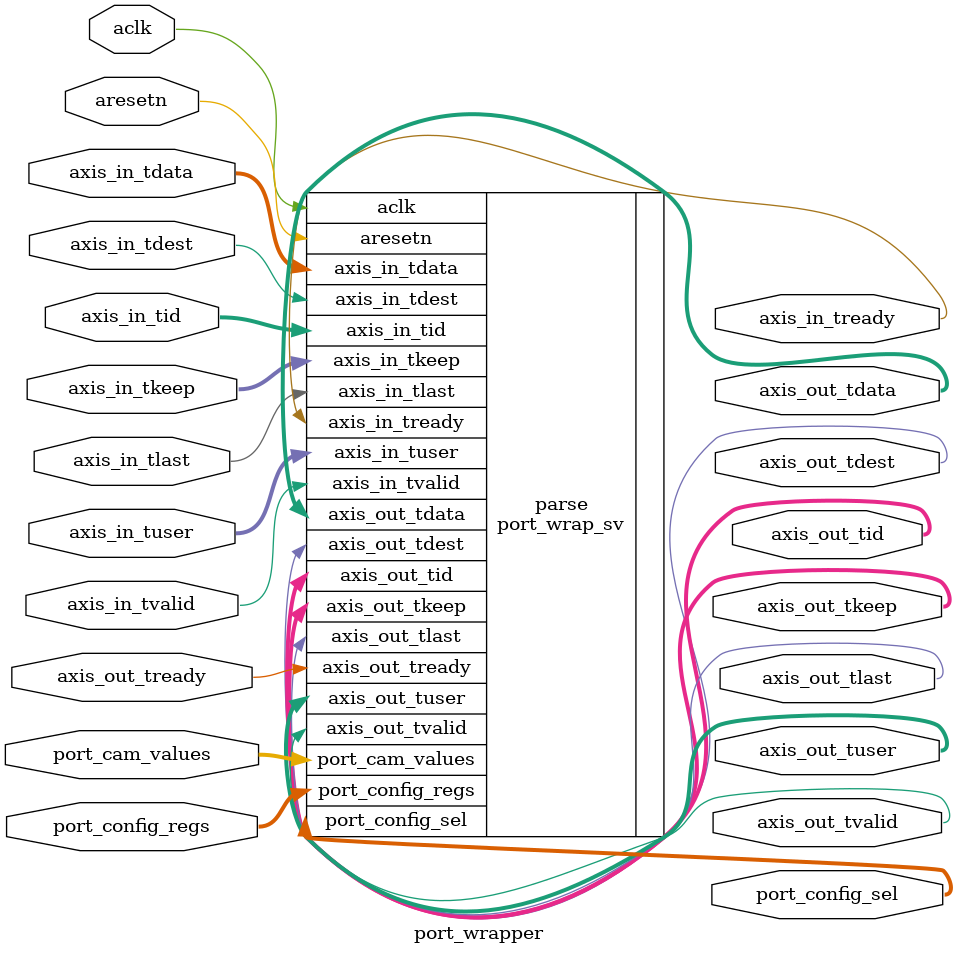
<source format=v>
`timescale 1ns / 1ps
`default_nettype none




`define SPORT_SIZE 16
`define DPORT_SIZE 16




//The Port Parser
module port_wrapper
#(
    //AXI Stream Params
    parameter AXIS_BUS_WIDTH = 64,
    parameter AXIS_ID_WIDTH = 4,
    parameter AXIS_DEST_WIDTH = 0,

    //Derived params for AXI Stream
    localparam NUM_BUS_BYTES = AXIS_BUS_WIDTH/8,
    localparam NUM_AXIS_ID = (2**AXIS_ID_WIDTH),

    localparam EFF_ID_WIDTH = (AXIS_ID_WIDTH < 1) ? 1 : AXIS_ID_WIDTH,
    localparam EFF_DEST_WIDTH = (AXIS_DEST_WIDTH < 1) ? 1 : AXIS_DEST_WIDTH,

    //Network Packet Params
    parameter MAX_PACKET_LENGTH = 1522,

    //Constants and Derived params for network packet
    localparam PACKET_LENGTH_CBITS = $clog2(MAX_PACKET_LENGTH+1),
    localparam MAX_ADDED_OFFSET = 64,
    localparam MAX_ADDED_OFFSET_CBITS = $clog2(MAX_ADDED_OFFSET+1),

    //Packed input signals size
    localparam PORT_TUSER_IN_WIDTH = NUM_AXIS_ID + PACKET_LENGTH_CBITS + MAX_ADDED_OFFSET_CBITS + 6,
    localparam PORT_TUSER_OUT_WIDTH = NUM_AXIS_ID + PACKET_LENGTH_CBITS + MAX_ADDED_OFFSET_CBITS + 5,
    localparam PORT_CONFIG_SEL_WIDTH = EFF_ID_WIDTH + EFF_DEST_WIDTH,
    localparam PORT_CONFIG_REG_WIDTH = `SPORT_SIZE + `DPORT_SIZE + 2,
    localparam PORT_CAM_WIDTH = (`SPORT_SIZE + 1) * NUM_AXIS_ID,

    //Features to implement
    parameter INCLUDE_SRC_PORT_ACL = 1,
    parameter INCLUDE_DEST_PORT_ACL = 1,
    parameter INCLUDE_DEST_PORT_CAM = 1,

    //Retiming register stages (to be modified until timing met)
    parameter RETIMING_STAGES = 0
)
(
    //Input AXI stream
    input wire [AXIS_BUS_WIDTH-1:0]       axis_in_tdata,
    input wire [((2**AXIS_ID_WIDTH)+$clog2(MAX_PACKET_LENGTH+1)+7+6)-1:0] // [PORT_TUSER_IN_WIDTH-1:0]
                                          axis_in_tuser,
    input wire [((AXIS_ID_WIDTH<1)?1:AXIS_ID_WIDTH)-1:0]        
                                          axis_in_tid,
    input wire [((AXIS_DEST_WIDTH<1)?1:AXIS_DEST_WIDTH)-1:0]
                                          axis_in_tdest,
    input wire [(AXIS_BUS_WIDTH/8)-1:0]   axis_in_tkeep,
    input wire                            axis_in_tlast,
    input wire                            axis_in_tvalid,
    output wire                           axis_in_tready,
    
    //Output AXI stream
    output wire [AXIS_BUS_WIDTH-1:0]      axis_out_tdata,
    output wire [((2**AXIS_ID_WIDTH)+$clog2(MAX_PACKET_LENGTH+1)+7+5)-1:0] // [PORT_TUSER_OUT_WIDTH-1:0] 
                                          axis_out_tuser,
    output wire [((AXIS_ID_WIDTH<1)?1:AXIS_ID_WIDTH)-1:0]       
                                          axis_out_tid,
    output wire [((AXIS_DEST_WIDTH<1)?1:AXIS_DEST_WIDTH)-1:0]
                                          axis_out_tdest, 
    output wire [(AXIS_BUS_WIDTH/8)-1:0]  axis_out_tkeep,
    output wire                           axis_out_tlast,
    output wire                           axis_out_tvalid,
    input wire                            axis_out_tready,

    //Configuration register inputs (used for ACL and CAM)
    output wire [(((AXIS_ID_WIDTH<1)?1:AXIS_ID_WIDTH)+((AXIS_DEST_WIDTH<1)?1:AXIS_DEST_WIDTH))-1:0]  
                                          port_config_sel,
    input wire [(`SPORT_SIZE+`DPORT_SIZE+2)-1:0]
                                          port_config_regs,
    input wire [((`SPORT_SIZE+1)*(2**AXIS_ID_WIDTH))-1:0]          
                                          port_cam_values,

    //Clocking
    input wire  aclk,
    input wire  aresetn
);



    port_wrap_sv
    #(
        .AXIS_BUS_WIDTH             (AXIS_BUS_WIDTH),
        .AXIS_ID_WIDTH              (AXIS_ID_WIDTH),
        .AXIS_DEST_WIDTH            (AXIS_DEST_WIDTH),
        .MAX_PACKET_LENGTH          (MAX_PACKET_LENGTH),
        .INCLUDE_SRC_PORT_ACL       (INCLUDE_SRC_PORT_ACL),
        .INCLUDE_DEST_PORT_ACL      (INCLUDE_DEST_PORT_ACL),
        .INCLUDE_DEST_PORT_CAM      (INCLUDE_DEST_PORT_CAM)
    )
    parse
    (
        .axis_in_tdata (axis_in_tdata),
        .axis_in_tuser (axis_in_tuser),
        .axis_in_tid (axis_in_tid),
        .axis_in_tdest (axis_in_tdest),
        .axis_in_tkeep (axis_in_tkeep),
        .axis_in_tlast (axis_in_tlast),
        .axis_in_tvalid (axis_in_tvalid),
        .axis_in_tready (axis_in_tready),
        
        .axis_out_tdata (axis_out_tdata),
        .axis_out_tuser (axis_out_tuser),
        .axis_out_tid (axis_out_tid),
        .axis_out_tdest (axis_out_tdest), 
        .axis_out_tkeep (axis_out_tkeep),
        .axis_out_tlast (axis_out_tlast),
        .axis_out_tvalid (axis_out_tvalid),
        .axis_out_tready (axis_out_tready),

        .port_config_sel (port_config_sel),
        .port_config_regs (port_config_regs),
        .port_cam_values (port_cam_values),

        .aclk (aclk),
        .aresetn (aresetn)
    );    



endmodule

`default_nettype wire
</source>
